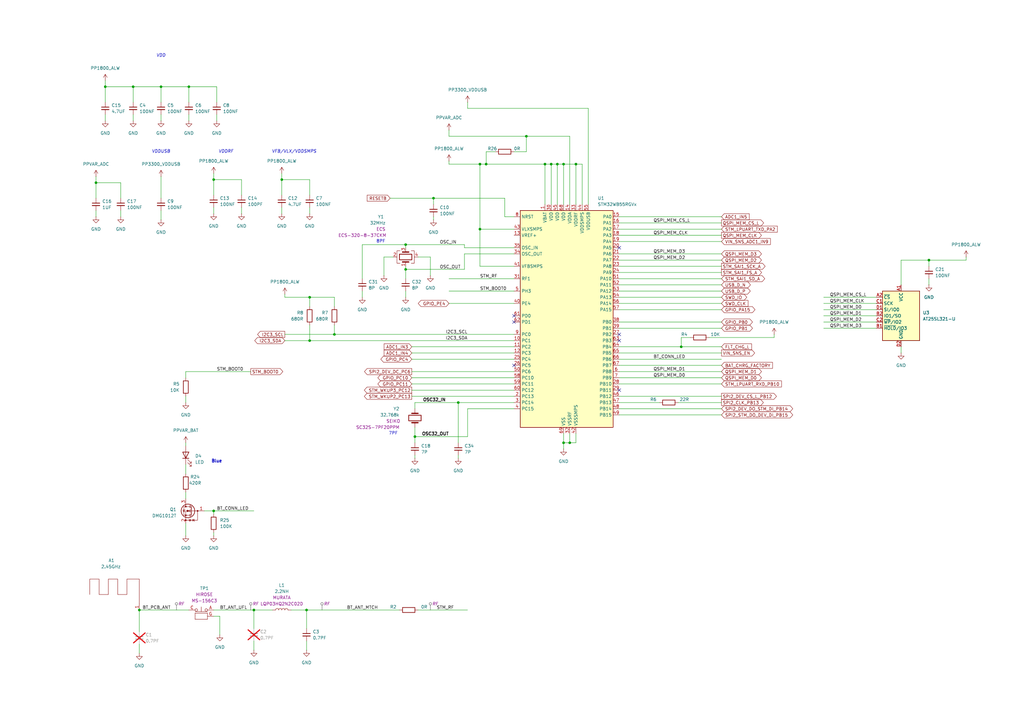
<source format=kicad_sch>
(kicad_sch (version 20231120) (generator "eeschema") (generator_version "8.0")
  (paper "A3")
  (title_block (title "nRF Battery Dev Kit") (date "2024-02-26") (rev "Proto") (company "Clover Designs") (comment 1 "Brendan Bleker"))
  (lib_symbols
    (symbol "Connector:CoaxialSwitch_Testpoint" (pin_names (offset 1.016) hide)
      (property "Reference" "TP" (at 0 -3.81 0))
      (property "Value" "CoaxialSwitch_Testpoint" (at 0 3.81 0))
      (symbol "CoaxialSwitch_Testpoint_1_1"
        (pin passive line (at 5.08 1.27 180) (length 2.54) (name "A") (number "A"))
        (pin passive line (at -5.08 1.27 0) (length 2.54) (name "C") (number "C"))
        (pin passive line (at 5.08 -1.27 180) (length 2.54) (name "G") (number "G"))
      )
    )
    (symbol "Device:C_Small" (pin_numbers hide) (pin_names (offset 0.254) hide)
      (property "Reference" "C" (at 0.254 1.778 0))
      (property "Value" "C_Small" (at 0.254 -2.032 0))
      (symbol "C_Small_1_1"
        (pin passive line (at 0 2.54 270) (length 2.032) (name "~") (number "1"))
        (pin passive line (at 0 -2.54 90) (length 2.032) (name "~") (number "2"))
      )
    )
    (symbol "Device:Crystal" (pin_numbers hide) (pin_names (offset 1.016) hide)
      (property "Reference" "Y" (at 0 3.81 0))
      (property "Value" "Crystal" (at 0 -3.81 0))
      (symbol "Crystal_1_1"
        (pin passive line (at -3.81 0 0) (length 1.27) (name "1") (number "1"))
        (pin passive line (at 3.81 0 180) (length 1.27) (name "2") (number "2"))
      )
    )
    (symbol "Device:Crystal_GND24" (pin_names (offset 1.016) hide)
      (property "Reference" "Y" (at 3.175 5.08 0))
      (property "Value" "Crystal_GND24" (at 3.175 3.175 0))
      (symbol "Crystal_GND24_1_1"
        (pin passive line (at -3.81 0 0) (length 1.27) (name "1") (number "1"))
        (pin passive line (at 0 5.08 270) (length 1.27) (name "2") (number "2"))
        (pin passive line (at 3.81 0 180) (length 1.27) (name "3") (number "3"))
        (pin passive line (at 0 -5.08 90) (length 1.27) (name "4") (number "4"))
      )
    )
    (symbol "Device:L" (pin_numbers hide) (pin_names (offset 1.016) hide)
      (property "Reference" "L" (at -1.27 0 90))
      (property "Value" "L" (at 1.905 0 90))
      (symbol "L_1_1"
        (pin passive line (at 0 3.81 270) (length 1.27) (name "1") (number "1"))
        (pin passive line (at 0 -3.81 90) (length 1.27) (name "2") (number "2"))
      )
    )
    (symbol "Device:LED" (pin_numbers hide) (pin_names (offset 1.016) hide)
      (property "Reference" "D" (at 0 2.54 0))
      (property "Value" "LED" (at 0 -2.54 0))
      (symbol "LED_1_1"
        (pin passive line (at -3.81 0 0) (length 2.54) (name "K") (number "1"))
        (pin passive line (at 3.81 0 180) (length 2.54) (name "A") (number "2"))
      )
    )
    (symbol "Device:R" (pin_numbers hide) (pin_names (offset 0))
      (property "Reference" "R" (at 2.032 0 90))
      (property "Value" "R" (at 0 0 90))
      (symbol "R_1_1"
        (pin passive line (at 0 3.81 270) (length 1.27) (name "~") (number "1"))
        (pin passive line (at 0 -3.81 90) (length 1.27) (name "~") (number "2"))
      )
    )
    (symbol "MCU_ST_STM32WB:STM32WB55RGVx"
      (property "Reference" "U" (at -17.78 46.99 0))
      (property "Value" "STM32WB55RGVx" (at 12.7 46.99 0))
      (symbol "STM32WB55RGVx_1_1"
        (pin power_in line (at -7.62 48.26 270) (length 2.54) (name "VBAT") (number "1"))
        (pin bidirectional line (at -20.32 -7.62 0) (length 2.54) (name "PC1") (number "10"))
        (pin bidirectional line (at -20.32 -10.16 0) (length 2.54) (name "PC2") (number "11"))
        (pin bidirectional line (at -20.32 -12.7 0) (length 2.54) (name "PC3") (number "12"))
        (pin input line (at -20.32 35.56 0) (length 2.54) (name "VREF+") (number "13"))
        (pin power_in line (at 2.54 48.26 270) (length 2.54) (name "VDDA") (number "14"))
        (pin bidirectional line (at 22.86 43.18 180) (length 2.54) (name "PA0") (number "15"))
        (pin bidirectional line (at 22.86 40.64 180) (length 2.54) (name "PA1") (number "16"))
        (pin bidirectional line (at 22.86 38.1 180) (length 2.54) (name "PA2") (number "17"))
        (pin bidirectional line (at 22.86 35.56 180) (length 2.54) (name "PA3") (number "18"))
        (pin bidirectional line (at 22.86 33.02 180) (length 2.54) (name "PA4") (number "19"))
        (pin bidirectional line (at -20.32 -30.48 0) (length 2.54) (name "PC13") (number "2"))
        (pin bidirectional line (at 22.86 30.48 180) (length 2.54) (name "PA5") (number "20"))
        (pin bidirectional line (at 22.86 27.94 180) (length 2.54) (name "PA6") (number "21"))
        (pin bidirectional line (at 22.86 25.4 180) (length 2.54) (name "PA7") (number "22"))
        (pin bidirectional line (at 22.86 22.86 180) (length 2.54) (name "PA8") (number "23"))
        (pin bidirectional line (at 22.86 20.32 180) (length 2.54) (name "PA9") (number "24"))
        (pin bidirectional line (at -20.32 -15.24 0) (length 2.54) (name "PC4") (number "25"))
        (pin bidirectional line (at -20.32 -17.78 0) (length 2.54) (name "PC5") (number "26"))
        (pin bidirectional line (at 22.86 -5.08 180) (length 2.54) (name "PB2") (number "27"))
        (pin bidirectional line (at 22.86 -25.4 180) (length 2.54) (name "PB10") (number "28"))
        (pin bidirectional line (at 22.86 -27.94 180) (length 2.54) (name "PB11") (number "29"))
        (pin bidirectional line (at -20.32 -33.02 0) (length 2.54) (name "PC14") (number "3"))
        (pin power_in line (at -5.08 48.26 270) (length 2.54) (name "VDD") (number "30"))
        (pin bidirectional line (at -20.32 17.78 0) (length 2.54) (name "RF1") (number "31"))
        (pin power_in line (at 2.54 -45.72 90) (length 2.54) (name "VSSRF") (number "32"))
        (pin power_in line (at 5.08 48.26 270) (length 2.54) (name "VDDRF") (number "33"))
        (pin input line (at -20.32 27.94 0) (length 2.54) (name "OSC_OUT") (number "34"))
        (pin input line (at -20.32 30.48 0) (length 2.54) (name "OSC_IN") (number "35"))
        (pin no_connect line (at -17.78 -43.18 0) (length 2.54) hide (name "AT0") (number "36"))
        (pin no_connect line (at -17.78 -40.64 0) (length 2.54) hide (name "AT1") (number "37"))
        (pin bidirectional line (at 22.86 0 180) (length 2.54) (name "PB0") (number "38"))
        (pin bidirectional line (at 22.86 -2.54 180) (length 2.54) (name "PB1") (number "39"))
        (pin bidirectional line (at -20.32 -35.56 0) (length 2.54) (name "PC15") (number "4"))
        (pin bidirectional line (at -20.32 7.62 0) (length 2.54) (name "PE4") (number "40"))
        (pin input line (at -20.32 22.86 0) (length 2.54) (name "VFBSMPS") (number "41"))
        (pin power_in line (at 5.08 -45.72 90) (length 2.54) (name "VSSSMPS") (number "42"))
        (pin power_in line (at -20.32 38.1 0) (length 2.54) (name "VLXSMPS") (number "43"))
        (pin power_in line (at 7.62 48.26 270) (length 2.54) (name "VDDSMPS") (number "44"))
        (pin power_in line (at -2.54 48.26 270) (length 2.54) (name "VDD") (number "45"))
        (pin bidirectional line (at 22.86 -30.48 180) (length 2.54) (name "PB12") (number "46"))
        (pin bidirectional line (at 22.86 -33.02 180) (length 2.54) (name "PB13") (number "47"))
        (pin bidirectional line (at 22.86 -35.56 180) (length 2.54) (name "PB14") (number "48"))
        (pin bidirectional line (at 22.86 -38.1 180) (length 2.54) (name "PB15") (number "49"))
        (pin bidirectional line (at -20.32 12.7 0) (length 2.54) (name "PH3") (number "5"))
        (pin bidirectional line (at -20.32 -20.32 0) (length 2.54) (name "PC6") (number "50"))
        (pin bidirectional line (at 22.86 17.78 180) (length 2.54) (name "PA10") (number "51"))
        (pin bidirectional line (at 22.86 15.24 180) (length 2.54) (name "PA11") (number "52"))
        (pin bidirectional line (at 22.86 12.7 180) (length 2.54) (name "PA12") (number "53"))
        (pin bidirectional line (at 22.86 10.16 180) (length 2.54) (name "PA13") (number "54"))
        (pin power_in line (at 10.16 48.26 270) (length 2.54) (name "VDDUSB") (number "55"))
        (pin bidirectional line (at 22.86 7.62 180) (length 2.54) (name "PA14") (number "56"))
        (pin bidirectional line (at 22.86 5.08 180) (length 2.54) (name "PA15") (number "57"))
        (pin bidirectional line (at -20.32 -22.86 0) (length 2.54) (name "PC10") (number "58"))
        (pin bidirectional line (at -20.32 -25.4 0) (length 2.54) (name "PC11") (number "59"))
        (pin bidirectional line (at 22.86 -20.32 180) (length 2.54) (name "PB8") (number "6"))
        (pin bidirectional line (at -20.32 -27.94 0) (length 2.54) (name "PC12") (number "60"))
        (pin bidirectional line (at -20.32 2.54 0) (length 2.54) (name "PD0") (number "61"))
        (pin bidirectional line (at -20.32 0 0) (length 2.54) (name "PD1") (number "62"))
        (pin bidirectional line (at 22.86 -7.62 180) (length 2.54) (name "PB3") (number "63"))
        (pin bidirectional line (at 22.86 -10.16 180) (length 2.54) (name "PB4") (number "64"))
        (pin bidirectional line (at 22.86 -12.7 180) (length 2.54) (name "PB5") (number "65"))
        (pin bidirectional line (at 22.86 -15.24 180) (length 2.54) (name "PB6") (number "66"))
        (pin bidirectional line (at 22.86 -17.78 180) (length 2.54) (name "PB7") (number "67"))
        (pin power_in line (at 0 48.26 270) (length 2.54) (name "VDD") (number "68"))
        (pin power_in line (at 0 -45.72 90) (length 2.54) (name "VSS") (number "69"))
        (pin bidirectional line (at 22.86 -22.86 180) (length 2.54) (name "PB9") (number "7"))
        (pin input line (at -20.32 43.18 0) (length 2.54) (name "NRST") (number "8"))
        (pin bidirectional line (at -20.32 -5.08 0) (length 2.54) (name "PC0") (number "9"))
      )
    )
    (symbol "Memory_Flash:AT25SL321-U"
      (property "Reference" "U" (at -5.08 11.43 0))
      (property "Value" "AT25SL321-U" (at 7.62 11.43 0))
      (symbol "AT25SL321-U_1_1"
        (pin power_in line (at 0 12.7 270) (length 2.54) (name "VCC") (number "A1"))
        (pin input line (at -10.16 7.62 0) (length 2.54) (name "~{CS}") (number "A2"))
        (pin bidirectional line (at -10.16 -5.08 0) (length 2.54) (name "~{HOLD}/IO3") (number "B1"))
        (pin bidirectional line (at -10.16 0 0) (length 2.54) (name "IO1/SO") (number "B2"))
        (pin input line (at -10.16 5.08 0) (length 2.54) (name "SCK") (number "C1"))
        (pin bidirectional line (at -10.16 -2.54 0) (length 2.54) (name "~{WP}/IO2") (number "C2"))
        (pin bidirectional line (at -10.16 2.54 0) (length 2.54) (name "SI/IO0") (number "D1"))
        (pin power_in line (at 0 -12.7 90) (length 2.54) (name "GND") (number "D2"))
      )
    )
    (symbol "Transistor_FET:DMG1012T" (pin_names (offset 0) hide)
      (property "Reference" "Q" (at 5.08 1.905 0))
      (property "Value" "DMG1012T" (at 5.08 0 0))
      (symbol "DMG1012T_1_1"
        (pin input line (at -5.08 0 0) (length 2.54) (name "G") (number "1"))
        (pin passive line (at 2.54 -5.08 90) (length 2.54) (name "S") (number "2"))
        (pin passive line (at 2.54 5.08 270) (length 2.54) (name "D") (number "3"))
      )
    )
    (symbol "power:GND" (power) (pin_numbers hide) (pin_names (offset 0) hide)
      (property "Value" "GND" (at 0 -3.81 0))
      (symbol "GND_1_1"
        (pin power_in line (at 0 0 270) (length 0) (name "~") (number "1"))
      )
    )
    (symbol "power:VCC" (power) (pin_numbers hide) (pin_names (offset 0) hide)
      (property "Value" "VCC" (at 0 3.556 0))
      (symbol "VCC_1_1"
        (pin power_in line (at 0 0 90) (length 0) (name "~") (number "1"))
      )
    )
    (symbol "power:VDD" (power) (pin_numbers hide) (pin_names (offset 0) hide)
      (property "Value" "VDD" (at 0 3.556 0))
      (symbol "VDD_1_1"
        (pin power_in line (at 0 0 90) (length 0) (name "~") (number "1"))
      )
    )
    (symbol "user_antenna:nRF52_USB_DONGLE_meander_F"
      (property "Reference" "A1" (at 10.16 20.32 0))
      (property "Value" "2.45GHz" (at 7.62 17.78 0))
      (symbol "nRF52_USB_DONGLE_meander_F_1_1"
        (pin input line (at 0 0 90) (length 2.54) (name "") (number "1"))
      )
    )
  )
  (junction (at 187.96 165.1))
  (junction (at 236.22 67.31))
  (junction (at 127 139.7))
  (junction (at 279.4 142.24))
  (junction (at 125.73 250.19))
  (junction (at 54.61 35.56))
  (junction (at 231.14 67.31))
  (junction (at 87.63 209.55))
  (junction (at 43.18 35.56))
  (junction (at 226.06 67.31))
  (junction (at 104.14 250.19))
  (junction (at 177.8 81.28))
  (junction (at 115.57 73.66))
  (junction (at 381 106.68))
  (junction (at 166.37 110.49))
  (junction (at 199.39 67.31))
  (junction (at 196.85 93.98))
  (junction (at 127 121.92))
  (junction (at 233.68 181.61))
  (junction (at 215.9 55.88))
  (junction (at 170.18 179.07))
  (junction (at 196.85 67.31))
  (junction (at 166.37 100.33))
  (junction (at 137.16 137.16))
  (junction (at 228.6 67.31))
  (junction (at 87.63 73.66))
  (junction (at 66.04 35.56))
  (junction (at 231.14 181.61))
  (junction (at 77.47 35.56))
  (junction (at 223.52 67.31))
  (junction (at 57.15 250.19))
  (junction (at 39.37 74.93))
  (no_connect (at 254 101.6))
  (no_connect (at 210.82 132.08))
  (no_connect (at 254 160.02))
  (no_connect (at 254 137.16))
  (no_connect (at 210.82 129.54))
  (no_connect (at 210.82 149.86))
  (no_connect (at 254 139.7))
  (wire (pts (xy 254 170.18) (xy 295.91 170.18)))
  (wire (pts (xy 215.9 62.23) (xy 215.9 55.88)))
  (wire (pts (xy 184.15 53.34) (xy 184.15 55.88)))
  (wire (pts (xy 254 167.64) (xy 295.91 167.64)))
  (wire (pts (xy 57.15 264.16) (xy 57.15 267.97)))
  (wire (pts (xy 39.37 86.36) (xy 39.37 88.9)))
  (wire (pts (xy 168.91 160.02) (xy 210.82 160.02)))
  (wire (pts (xy 278.13 165.1) (xy 295.91 165.1)))
  (wire (pts (xy 254 104.14) (xy 295.91 104.14)))
  (wire (pts (xy 176.53 105.41) (xy 171.45 105.41)))
  (wire (pts (xy 43.18 35.56) (xy 54.61 35.56)))
  (wire (pts (xy 228.6 83.82) (xy 228.6 67.31)))
  (wire (pts (xy 381 106.68) (xy 396.24 106.68)))
  (wire (pts (xy 210.82 152.4) (xy 168.91 152.4)))
  (wire (pts (xy 166.37 110.49) (xy 190.5 110.49)))
  (wire (pts (xy 104.14 250.19) (xy 111.76 250.19)))
  (wire (pts (xy 279.4 138.43) (xy 279.4 142.24)))
  (wire (pts (xy 168.91 157.48) (xy 210.82 157.48)))
  (wire (pts (xy 254 152.4) (xy 295.91 152.4)))
  (wire (pts (xy 223.52 67.31) (xy 226.06 67.31)))
  (wire (pts (xy 196.85 93.98) (xy 210.82 93.98)))
  (wire (pts (xy 157.48 105.41) (xy 157.48 113.03)))
  (wire (pts (xy 199.39 62.23) (xy 199.39 67.31)))
  (wire (pts (xy 184.15 124.46) (xy 210.82 124.46)))
  (wire (pts (xy 87.63 73.66) (xy 87.63 80.01)))
  (wire (pts (xy 77.47 35.56) (xy 88.9 35.56)))
  (wire (pts (xy 191.77 44.45) (xy 241.3 44.45)))
  (wire (pts (xy 137.16 121.92) (xy 127 121.92)))
  (wire (pts (xy 127 139.7) (xy 210.82 139.7)))
  (wire (pts (xy 191.77 179.07) (xy 191.77 167.64)))
  (wire (pts (xy 161.29 105.41) (xy 157.48 105.41)))
  (wire (pts (xy 359.41 129.54) (xy 337.82 129.54)))
  (wire (pts (xy 207.01 81.28) (xy 207.01 88.9)))
  (wire (pts (xy 54.61 46.99) (xy 54.61 49.53)))
  (wire (pts (xy 184.15 114.3) (xy 210.82 114.3)))
  (wire (pts (xy 254 134.62) (xy 295.91 134.62)))
  (wire (pts (xy 236.22 177.8) (xy 236.22 181.61)))
  (wire (pts (xy 254 157.48) (xy 295.91 157.48)))
  (wire (pts (xy 76.2 190.5) (xy 76.2 194.31)))
  (wire (pts (xy 199.39 67.31) (xy 223.52 67.31)))
  (wire (pts (xy 137.16 125.73) (xy 137.16 121.92)))
  (wire (pts (xy 166.37 100.33) (xy 148.59 100.33)))
  (wire (pts (xy 233.68 55.88) (xy 215.9 55.88)))
  (wire (pts (xy 116.84 120.65) (xy 116.84 121.92)))
  (wire (pts (xy 279.4 142.24) (xy 295.91 142.24)))
  (wire (pts (xy 210.82 62.23) (xy 215.9 62.23)))
  (wire (pts (xy 43.18 35.56) (xy 43.18 33.02)))
  (wire (pts (xy 87.63 209.55) (xy 87.63 210.82)))
  (wire (pts (xy 115.57 73.66) (xy 115.57 80.01)))
  (wire (pts (xy 148.59 119.38) (xy 148.59 121.92)))
  (wire (pts (xy 177.8 88.9) (xy 177.8 90.17)))
  (wire (pts (xy 187.96 165.1) (xy 187.96 181.61)))
  (wire (pts (xy 43.18 46.99) (xy 43.18 49.53)))
  (wire (pts (xy 369.57 106.68) (xy 381 106.68)))
  (wire (pts (xy 170.18 179.07) (xy 191.77 179.07)))
  (wire (pts (xy 77.47 46.99) (xy 77.47 49.53)))
  (wire (pts (xy 99.06 73.66) (xy 99.06 80.01)))
  (wire (pts (xy 210.82 104.14) (xy 190.5 104.14)))
  (wire (pts (xy 176.53 105.41) (xy 176.53 113.03)))
  (wire (pts (xy 238.76 83.82) (xy 238.76 67.31)))
  (wire (pts (xy 87.63 250.19) (xy 104.14 250.19)))
  (wire (pts (xy 381 106.68) (xy 381 109.22)))
  (wire (pts (xy 168.91 147.32) (xy 210.82 147.32)))
  (wire (pts (xy 207.01 88.9) (xy 210.82 88.9)))
  (wire (pts (xy 359.41 124.46) (xy 337.82 124.46)))
  (wire (pts (xy 233.68 177.8) (xy 233.68 181.61)))
  (wire (pts (xy 166.37 110.49) (xy 166.37 114.3)))
  (wire (pts (xy 166.37 110.49) (xy 166.37 109.22)))
  (wire (pts (xy 241.3 44.45) (xy 241.3 83.82)))
  (wire (pts (xy 170.18 186.69) (xy 170.18 187.96)))
  (wire (pts (xy 177.8 81.28) (xy 160.02 81.28)))
  (wire (pts (xy 254 91.44) (xy 295.91 91.44)))
  (wire (pts (xy 39.37 74.93) (xy 39.37 72.39)))
  (wire (pts (xy 137.16 133.35) (xy 137.16 137.16)))
  (wire (pts (xy 184.15 66.04) (xy 184.15 67.31)))
  (wire (pts (xy 190.5 104.14) (xy 190.5 110.49)))
  (wire (pts (xy 359.41 132.08) (xy 337.82 132.08)))
  (wire (pts (xy 115.57 85.09) (xy 115.57 87.63)))
  (wire (pts (xy 87.63 85.09) (xy 87.63 87.63)))
  (wire (pts (xy 254 111.76) (xy 295.91 111.76)))
  (wire (pts (xy 66.04 46.99) (xy 66.04 49.53)))
  (wire (pts (xy 49.53 74.93) (xy 39.37 74.93)))
  (wire (pts (xy 254 109.22) (xy 295.91 109.22)))
  (wire (pts (xy 231.14 181.61) (xy 231.14 184.15)))
  (wire (pts (xy 170.18 165.1) (xy 170.18 167.64)))
  (wire (pts (xy 127 121.92) (xy 116.84 121.92)))
  (wire (pts (xy 254 165.1) (xy 270.51 165.1)))
  (wire (pts (xy 166.37 100.33) (xy 190.5 100.33)))
  (wire (pts (xy 87.63 73.66) (xy 87.63 71.12)))
  (wire (pts (xy 231.14 83.82) (xy 231.14 67.31)))
  (wire (pts (xy 83.82 209.55) (xy 87.63 209.55)))
  (wire (pts (xy 57.15 250.19) (xy 57.15 259.08)))
  (wire (pts (xy 87.63 209.55) (xy 104.14 209.55)))
  (wire (pts (xy 317.5 137.16) (xy 317.5 138.43)))
  (wire (pts (xy 115.57 73.66) (xy 127 73.66)))
  (wire (pts (xy 254 121.92) (xy 295.91 121.92)))
  (wire (pts (xy 254 149.86) (xy 295.91 149.86)))
  (wire (pts (xy 125.73 262.89) (xy 125.73 266.7)))
  (wire (pts (xy 76.2 214.63) (xy 76.2 219.71)))
  (wire (pts (xy 88.9 35.56) (xy 88.9 41.91)))
  (wire (pts (xy 119.38 250.19) (xy 125.73 250.19)))
  (wire (pts (xy 104.14 262.89) (xy 104.14 266.7)))
  (wire (pts (xy 283.21 138.43) (xy 279.4 138.43)))
  (wire (pts (xy 233.68 83.82) (xy 233.68 55.88)))
  (wire (pts (xy 381 114.3) (xy 381 116.84)))
  (wire (pts (xy 66.04 35.56) (xy 77.47 35.56)))
  (wire (pts (xy 191.77 250.19) (xy 171.45 250.19)))
  (wire (pts (xy 127 121.92) (xy 127 125.73)))
  (wire (pts (xy 66.04 86.36) (xy 66.04 90.17)))
  (wire (pts (xy 254 106.68) (xy 295.91 106.68)))
  (wire (pts (xy 210.82 144.78) (xy 168.91 144.78)))
  (wire (pts (xy 166.37 100.33) (xy 166.37 101.6)))
  (wire (pts (xy 87.63 218.44) (xy 87.63 219.71)))
  (wire (pts (xy 191.77 41.91) (xy 191.77 44.45)))
  (wire (pts (xy 115.57 71.12) (xy 115.57 73.66)))
  (wire (pts (xy 254 96.52) (xy 295.91 96.52)))
  (wire (pts (xy 39.37 74.93) (xy 39.37 81.28)))
  (wire (pts (xy 57.15 250.19) (xy 77.47 250.19)))
  (wire (pts (xy 127 73.66) (xy 127 80.01)))
  (wire (pts (xy 168.91 162.56) (xy 210.82 162.56)))
  (wire (pts (xy 49.53 74.93) (xy 49.53 81.28)))
  (wire (pts (xy 254 124.46) (xy 295.91 124.46)))
  (wire (pts (xy 254 162.56) (xy 295.91 162.56)))
  (wire (pts (xy 254 154.94) (xy 295.91 154.94)))
  (wire (pts (xy 66.04 35.56) (xy 66.04 41.91)))
  (wire (pts (xy 238.76 67.31) (xy 236.22 67.31)))
  (wire (pts (xy 254 114.3) (xy 295.91 114.3)))
  (wire (pts (xy 76.2 152.4) (xy 76.2 154.94)))
  (wire (pts (xy 359.41 134.62) (xy 337.82 134.62)))
  (wire (pts (xy 76.2 162.56) (xy 76.2 165.1)))
  (wire (pts (xy 125.73 250.19) (xy 163.83 250.19)))
  (wire (pts (xy 170.18 179.07) (xy 170.18 181.61)))
  (wire (pts (xy 76.2 201.93) (xy 76.2 204.47)))
  (wire (pts (xy 190.5 101.6) (xy 210.82 101.6)))
  (wire (pts (xy 148.59 100.33) (xy 148.59 114.3)))
  (wire (pts (xy 170.18 175.26) (xy 170.18 179.07)))
  (wire (pts (xy 77.47 35.56) (xy 77.47 41.91)))
  (wire (pts (xy 184.15 119.38) (xy 210.82 119.38)))
  (wire (pts (xy 254 99.06) (xy 295.91 99.06)))
  (wire (pts (xy 90.17 252.73) (xy 87.63 252.73)))
  (wire (pts (xy 66.04 72.39) (xy 66.04 81.28)))
  (wire (pts (xy 359.41 127) (xy 337.82 127)))
  (wire (pts (xy 54.61 35.56) (xy 66.04 35.56)))
  (wire (pts (xy 190.5 100.33) (xy 190.5 101.6)))
  (wire (pts (xy 54.61 35.56) (xy 54.61 41.91)))
  (wire (pts (xy 88.9 46.99) (xy 88.9 49.53)))
  (wire (pts (xy 228.6 67.31) (xy 231.14 67.31)))
  (wire (pts (xy 49.53 86.36) (xy 49.53 88.9)))
  (wire (pts (xy 290.83 138.43) (xy 317.5 138.43)))
  (wire (pts (xy 127 85.09) (xy 127 87.63)))
  (wire (pts (xy 166.37 119.38) (xy 166.37 121.92)))
  (wire (pts (xy 76.2 152.4) (xy 102.87 152.4)))
  (wire (pts (xy 170.18 165.1) (xy 187.96 165.1)))
  (wire (pts (xy 210.82 142.24) (xy 168.91 142.24)))
  (wire (pts (xy 99.06 85.09) (xy 99.06 87.63)))
  (wire (pts (xy 254 144.78) (xy 295.91 144.78)))
  (wire (pts (xy 254 116.84) (xy 295.91 116.84)))
  (wire (pts (xy 196.85 93.98) (xy 196.85 67.31)))
  (wire (pts (xy 396.24 106.68) (xy 396.24 105.41)))
  (wire (pts (xy 359.41 121.92) (xy 337.82 121.92)))
  (wire (pts (xy 233.68 181.61) (xy 231.14 181.61)))
  (wire (pts (xy 90.17 252.73) (xy 90.17 260.35)))
  (wire (pts (xy 177.8 81.28) (xy 177.8 83.82)))
  (wire (pts (xy 187.96 186.69) (xy 187.96 187.96)))
  (wire (pts (xy 196.85 67.31) (xy 199.39 67.31)))
  (wire (pts (xy 223.52 83.82) (xy 223.52 67.31)))
  (wire (pts (xy 196.85 109.22) (xy 196.85 93.98)))
  (wire (pts (xy 254 147.32) (xy 295.91 147.32)))
  (wire (pts (xy 125.73 250.19) (xy 125.73 257.81)))
  (wire (pts (xy 231.14 177.8) (xy 231.14 181.61)))
  (wire (pts (xy 137.16 137.16) (xy 116.84 137.16)))
  (wire (pts (xy 254 142.24) (xy 279.4 142.24)))
  (wire (pts (xy 127 133.35) (xy 127 139.7)))
  (wire (pts (xy 236.22 181.61) (xy 233.68 181.61)))
  (wire (pts (xy 137.16 137.16) (xy 210.82 137.16)))
  (wire (pts (xy 87.63 73.66) (xy 99.06 73.66)))
  (wire (pts (xy 236.22 83.82) (xy 236.22 67.31)))
  (wire (pts (xy 191.77 167.64) (xy 210.82 167.64)))
  (wire (pts (xy 226.06 67.31) (xy 228.6 67.31)))
  (wire (pts (xy 207.01 81.28) (xy 177.8 81.28)))
  (wire (pts (xy 43.18 35.56) (xy 43.18 41.91)))
  (wire (pts (xy 168.91 154.94) (xy 210.82 154.94)))
  (wire (pts (xy 231.14 67.31) (xy 236.22 67.31)))
  (wire (pts (xy 104.14 250.19) (xy 104.14 257.81)))
  (wire (pts (xy 254 119.38) (xy 295.91 119.38)))
  (wire (pts (xy 369.57 116.84) (xy 369.57 106.68)))
  (wire (pts (xy 369.57 142.24) (xy 369.57 144.78)))
  (wire (pts (xy 76.2 181.61) (xy 76.2 182.88)))
  (wire (pts (xy 254 88.9) (xy 295.91 88.9)))
  (wire (pts (xy 203.2 62.23) (xy 199.39 62.23)))
  (wire (pts (xy 254 127) (xy 295.91 127)))
  (wire (pts (xy 254 132.08) (xy 295.91 132.08)))
  (wire (pts (xy 210.82 109.22) (xy 196.85 109.22)))
  (wire (pts (xy 187.96 165.1) (xy 210.82 165.1)))
  (wire (pts (xy 127 139.7) (xy 116.84 139.7)))
  (wire (pts (xy 215.9 55.88) (xy 184.15 55.88)))
  (wire (pts (xy 184.15 67.31) (xy 196.85 67.31)))
  (wire (pts (xy 226.06 83.82) (xy 226.06 67.31)))
  (wire (pts (xy 254 93.98) (xy 295.91 93.98)))
  (text "7PF" (at 161.29 177.8 0) (effects (font (size 1.27 1.27))))
  (text "8PF" (at 156.21 99.06 0) (effects (font (size 1.27 1.27))))
  (text "VDDUSB" (at 66.04 62.23 0) (effects (font (size 1.27 1.27) (italic yes))))
  (text "Blue" (at 88.9 189.23 0) (effects (font (size 1.27 1.27) (bold yes))))
  (text "VDD" (at 66.04 22.86 0) (effects (font (size 1.27 1.27) (italic yes))))
  (text "VFB/VLX/VDDSMPS" (at 120.65 62.23 0) (effects (font (size 1.27 1.27) (italic yes))))
  (text "VDDRF" (at 92.71 62.23 0) (effects (font (size 1.27 1.27) (italic yes))))
  (label "STM_BOOT0" (at 196.85 119.38 0))
  (label "QSPI_MEM_CS_L" (at 267.97 91.44 0))
  (label "STM_RF" (at 179.07 250.19 0))
  (label "QSPI_MEM_CLK" (at 267.97 96.52 0))
  (label "QSPI_MEM_D2" (at 267.97 106.68 0))
  (label "QSPI_MEM_CLK" (at 340.36 124.46 0))
  (label "OSC32_IN" (at 182.88 165.1 180) (effects (font (bold yes))))
  (label "OSC_IN" (at 180.34 100.33 0))
  (label "OSC32_OUT" (at 184.15 179.07 180) (effects (font (bold yes))))
  (label "BT_CONN_LED" (at 88.9 209.55 0))
  (label "QSPI_MEM_D1" (at 340.36 129.54 0))
  (label "I2C3_SCL" (at 191.77 137.16 180))
  (label "QSPI_MEM_D3" (at 267.97 104.14 0))
  (label "STM_RF" (at 196.85 114.3 0))
  (label "QSPI_MEM_D0" (at 340.36 127 0))
  (label "OSC_OUT" (at 180.34 110.49 0))
  (label "QSPI_MEM_CS_L" (at 340.36 121.92 0))
  (label "I2C3_SDA" (at 191.77 139.7 180))
  (label "QSPI_MEM_D1" (at 267.97 152.4 0))
  (label "QSPI_MEM_D3" (at 340.36 134.62 0))
  (label "STM_BOOT0" (at 88.9 152.4 0))
  (label "QSPI_MEM_D2" (at 340.36 132.08 0))
  (label "QSPI_MEM_D0" (at 267.97 154.94 0))
  (label "BT_PCB_ANT" (at 58.42 250.19 0))
  (label "BT_CONN_LED" (at 267.97 147.32 0))
  (label "BT_ANT_MTCH" (at 142.24 250.19 0))
  (label "BT_ANT_UFL" (at 90.17 250.19 0))
  (global_label "GPIO_PC4" (shape bidirectional) (at 168.91 147.32 180) (property "Intersheetrefs" "${INTERSHEET_REFS}" (effects (hide yes))))
  (global_label "QSPI_MEM_D3" (shape bidirectional) (at 295.91 104.14 0) (property "Intersheetrefs" "${INTERSHEET_REFS}" (effects (hide yes))))
  (global_label "QSPI_MEM_D1" (shape bidirectional) (at 295.91 152.4 0) (property "Intersheetrefs" "${INTERSHEET_REFS}" (effects (hide yes))))
  (global_label "SPI2_STM_DO_DEV_DI_PB15" (shape bidirectional) (at 295.91 170.18 0) (property "Intersheetrefs" "${INTERSHEET_REFS}" (effects (hide yes))))
  (global_label "STM_SAI1_SCK_A" (shape output) (at 295.91 109.22 0) (property "Intersheetrefs" "${INTERSHEET_REFS}" (effects (hide yes))))
  (global_label "GPIO_PC10" (shape bidirectional) (at 168.91 154.94 180) (property "Intersheetrefs" "${INTERSHEET_REFS}" (effects (hide yes))))
  (global_label "USB_D_N" (shape bidirectional) (at 295.91 116.84 0) (property "Intersheetrefs" "${INTERSHEET_REFS}" (effects (hide yes))))
  (global_label "ADC1_IN5" (shape input) (at 295.91 88.9 0) (property "Intersheetrefs" "${INTERSHEET_REFS}" (effects (hide yes))))
  (global_label "GPIO_PA15" (shape bidirectional) (at 295.91 127 0) (property "Intersheetrefs" "${INTERSHEET_REFS}" (effects (hide yes))))
  (global_label "GPIO_PE4" (shape bidirectional) (at 184.15 124.46 180) (property "Intersheetrefs" "${INTERSHEET_REFS}" (effects (hide yes))))
  (global_label "VIN_SNS_EN" (shape output) (at 295.91 144.78 0) (property "Intersheetrefs" "${INTERSHEET_REFS}" (effects (hide yes))))
  (global_label "QSPI_MEM_CLK" (shape output) (at 295.91 96.52 0) (property "Intersheetrefs" "${INTERSHEET_REFS}" (effects (hide yes))))
  (global_label "RESETB" (shape input) (at 160.02 81.28 180) (property "Intersheetrefs" "${INTERSHEET_REFS}" (effects (hide yes))))
  (global_label "STM_SAI1_SD_A" (shape bidirectional) (at 295.91 114.3 0) (property "Intersheetrefs" "${INTERSHEET_REFS}" (effects (hide yes))))
  (global_label "STM_BOOT0" (shape output) (at 102.87 152.4 0) (property "Intersheetrefs" "${INTERSHEET_REFS}" (effects (hide yes))))
  (global_label "GPIO_PC11" (shape bidirectional) (at 168.91 157.48 180) (property "Intersheetrefs" "${INTERSHEET_REFS}" (effects (hide yes))))
  (global_label "STM_LPUART_TXD_PA2" (shape input) (at 295.91 93.98 0) (property "Intersheetrefs" "${INTERSHEET_REFS}" (effects (hide yes))))
  (global_label "STM_SAI1_FS_A" (shape output) (at 295.91 111.76 0) (property "Intersheetrefs" "${INTERSHEET_REFS}" (effects (hide yes))))
  (global_label "SPI2_DEV_DO_STM_DI_PB14" (shape bidirectional) (at 295.91 167.64 0) (property "Intersheetrefs" "${INTERSHEET_REFS}" (effects (hide yes))))
  (global_label "SWD_IO" (shape bidirectional) (at 295.91 121.92 0) (property "Intersheetrefs" "${INTERSHEET_REFS}" (effects (hide yes))))
  (global_label "ADC1_IN3" (shape input) (at 168.91 142.24 180) (property "Intersheetrefs" "${INTERSHEET_REFS}" (effects (hide yes))))
  (global_label "GPIO_PB1" (shape bidirectional) (at 295.91 134.62 0) (property "Intersheetrefs" "${INTERSHEET_REFS}" (effects (hide yes))))
  (global_label "USB_D_P" (shape bidirectional) (at 295.91 119.38 0) (property "Intersheetrefs" "${INTERSHEET_REFS}" (effects (hide yes))))
  (global_label "QSPI_MEM_CS_L" (shape output) (at 295.91 91.44 0) (property "Intersheetrefs" "${INTERSHEET_REFS}" (effects (hide yes))))
  (global_label "QSPI_MEM_D2" (shape bidirectional) (at 295.91 106.68 0) (property "Intersheetrefs" "${INTERSHEET_REFS}" (effects (hide yes))))
  (global_label "SPI2_DEV_DC_PC6" (shape output) (at 168.91 152.4 180) (property "Intersheetrefs" "${INTERSHEET_REFS}" (effects (hide yes))))
  (global_label "QSPI_MEM_D0" (shape bidirectional) (at 295.91 154.94 0) (property "Intersheetrefs" "${INTERSHEET_REFS}" (effects (hide yes))))
  (global_label "FLT_CHG_L" (shape input) (at 295.91 142.24 0) (property "Intersheetrefs" "${INTERSHEET_REFS}" (effects (hide yes))))
  (global_label "SPI2_CLK_PB13" (shape output) (at 295.91 165.1 0) (property "Intersheetrefs" "${INTERSHEET_REFS}" (effects (hide yes))))
  (global_label "STM_WKUP3_PC12" (shape output) (at 168.91 160.02 180) (property "Intersheetrefs" "${INTERSHEET_REFS}" (effects (hide yes))))
  (global_label "STM_LPUART_RXD_PB10" (shape input) (at 295.91 157.48 0) (property "Intersheetrefs" "${INTERSHEET_REFS}" (effects (hide yes))))
  (global_label "SWD_CLK" (shape input) (at 295.91 124.46 0) (property "Intersheetrefs" "${INTERSHEET_REFS}" (effects (hide yes))))
  (global_label "STM_WKUP2_PC13" (shape output) (at 168.91 162.56 180) (property "Intersheetrefs" "${INTERSHEET_REFS}" (effects (hide yes))))
  (global_label "BAT_CHRG_FACTORY" (shape input) (at 295.91 149.86 0) (property "Intersheetrefs" "${INTERSHEET_REFS}" (effects (hide yes))))
  (global_label "ADC1_IN4" (shape input) (at 168.91 144.78 180) (property "Intersheetrefs" "${INTERSHEET_REFS}" (effects (hide yes))))
  (global_label "VIN_SNS_ADC1_IN9" (shape input) (at 295.91 99.06 0) (property "Intersheetrefs" "${INTERSHEET_REFS}" (effects (hide yes))))
  (global_label "GPIO_PB0" (shape bidirectional) (at 295.91 132.08 0) (property "Intersheetrefs" "${INTERSHEET_REFS}" (effects (hide yes))))
  (global_label "SPI2_DEV_CS_L_PB12" (shape output) (at 295.91 162.56 0) (property "Intersheetrefs" "${INTERSHEET_REFS}" (effects (hide yes))))
  (global_label "I2C3_SCL" (shape output) (at 116.84 137.16 180) (property "Intersheetrefs" "${INTERSHEET_REFS}" (effects (hide yes))))
  (global_label "I2C3_SDA" (shape bidirectional) (at 116.84 139.7 180) (property "Intersheetrefs" "${INTERSHEET_REFS}" (effects (hide yes))))
  (netclass_flag "" (length 2.54) (shape round) (at 132.08 250.19 0) (property "Netclass" "RF" (at 132.7785 247.65 0) (effects (font (italic yes)) (justify left))))
  (netclass_flag "" (length 2.54) (shape round) (at 102.87 250.19 0) (property "Netclass" "RF" (at 103.5685 247.65 0) (effects (font (italic yes)) (justify left))))
  (netclass_flag "" (length 2.54) (shape round) (at 72.39 250.19 0) (property "Netclass" "RF" (at 73.0885 247.65 0) (effects (font (italic yes)) (justify left))))
  (netclass_flag "" (length 2.54) (shape round) (at 176.53 250.19 0) (property "Netclass" "RF" (at 177.2285 247.65 0) (effects (font (italic yes)) (justify left))))
  (symbol (lib_id "MCU_ST_STM32WB:STM32WB55RGVx") (at 231.14 132.08 0) (unit 1)
    (property "Reference" "U1" (at 245.11 81.28 0) (effects (justify left)))
    (property "Value" "STM32WB55RGVx" (at 245.11 83.82 0) (effects (justify left)))
    (property "Footprint" "Package_DFN_QFN:QFN-68-1EP_8x8mm_P0.4mm_EP6.4x6.4mm" (effects (hide yes)))
    (property "Datasheet" "https://www.st.com/resource/en/datasheet/stm32wb55rg.pdf" (effects (hide yes)))
    (property "Description" "STMicroelectronics Arm Cortex-M4 MCU, 1024KB flash, 256KB RAM, 64 MHz, 1.71-3.6V, 49 GPIO, VFQFPN68" (effects (hide yes)))
  )
  (symbol (lib_id "power:GND") (at 43.18 49.53 0) (unit 1)
    (property "Reference" "#PWR022" (effects (hide yes)))
    (property "Value" "GND" (at 43.18 54.61 0))
    (property "Description" "Power symbol creates a global label with name \"GND\" , ground" (effects (hide yes)))
  )
  (symbol (lib_id "power:GND") (at 187.96 187.96 0) (unit 1)
    (property "Reference" "#PWR082" (effects (hide yes)))
    (property "Value" "GND" (at 187.96 193.04 0))
    (property "Description" "Power symbol creates a global label with name \"GND\" , ground" (effects (hide yes)))
  )
  (symbol (lib_id "power:GND") (at 66.04 90.17 0) (unit 1)
    (property "Reference" "#PWR014" (effects (hide yes)))
    (property "Value" "GND" (at 66.04 95.25 0))
    (property "Description" "Power symbol creates a global label with name \"GND\" , ground" (effects (hide yes)))
  )
  (symbol (lib_id "Device:Crystal_GND24") (at 166.37 105.41 90) (unit 1)
    (property "Reference" "Y1" (at 156.21 88.9 90))
    (property "Value" "32MHz" (at 154.94 91.44 90))
    (property "Footprint" "Crystal:Crystal_SMD_2016-4Pin_2.0x1.6mm" (effects (hide yes)))
    (property "Datasheet" "https://ecsxtal.com/store/pdf/ecx-1637.pdf" (effects (hide yes)))
    (property "Description" "Four pin crystal, GND on pins 2 and 4" (effects (hide yes)))
    (property "MFG" "ECS" (at 156.21 93.98 90))
    (property "MFG_PN" "ECS-320-8-37CKM" (at 148.59 96.52 90))
  )
  (symbol (lib_id "Device:C_Small") (at 125.73 260.35 0) (unit 1)
    (property "Reference" "C3" (at 128.27 259.0862 0) (effects (justify left)))
    (property "Value" "0.7PF" (at 128.27 261.6262 0) (effects (justify left)))
    (property "Footprint" "Capacitor_SMD:C_0201_0603Metric" (effects (hide yes)))
    (property "Description" "Unpolarized capacitor, small symbol" (effects (hide yes)))
  )
  (symbol (lib_id "power:GND") (at 177.8 90.17 0) (unit 1)
    (property "Reference" "#PWR023" (effects (hide yes)))
    (property "Value" "GND" (at 177.8 95.25 0))
    (property "Description" "Power symbol creates a global label with name \"GND\" , ground" (effects (hide yes)))
  )
  (symbol (lib_id "power:GND") (at 66.04 49.53 0) (unit 1)
    (property "Reference" "#PWR08" (effects (hide yes)))
    (property "Value" "GND" (at 66.04 54.61 0))
    (property "Description" "Power symbol creates a global label with name \"GND\" , ground" (effects (hide yes)))
  )
  (symbol (lib_id "Device:R") (at 127 129.54 0) (mirror y) (unit 1)
    (property "Reference" "R8" (at 124.46 128.2699 0) (effects (justify left)))
    (property "Value" "680R" (at 124.46 130.8099 0) (effects (justify left)))
    (property "Footprint" "Resistor_SMD:R_0201_0603Metric" (effects (hide yes)))
    (property "Description" "Resistor" (effects (hide yes)))
  )
  (symbol (lib_id "Device:R") (at 274.32 165.1 90) (unit 1)
    (property "Reference" "R6" (at 267.97 163.83 90))
    (property "Value" "22R" (at 280.67 163.83 90))
    (property "Footprint" "Resistor_SMD:R_0201_0603Metric" (effects (hide yes)))
    (property "Description" "Resistor" (effects (hide yes)))
  )
  (symbol (lib_id "Device:C_Small") (at 54.61 44.45 0) (unit 1)
    (property "Reference" "C4" (at 57.15 43.1862 0) (effects (justify left)))
    (property "Value" "100NF" (at 57.15 45.7262 0) (effects (justify left)))
    (property "Footprint" "Capacitor_SMD:C_0201_0603Metric" (effects (hide yes)))
    (property "Description" "Unpolarized capacitor, small symbol" (effects (hide yes)))
  )
  (symbol (lib_id "Transistor_FET:DMG1012T") (at 78.74 209.55 0) (mirror y) (unit 1)
    (property "Reference" "Q1" (at 72.39 208.9784 0) (effects (justify left)))
    (property "Value" "DMG1012T" (at 72.39 211.5184 0) (effects (justify left)))
    (property "Footprint" "Package_TO_SOT_SMD:SOT-523" (effects (hide yes)))
    (property "Datasheet" "https://www.diodes.com/assets/Datasheets/ds31783.pdf" (effects (hide yes)))
    (property "Description" "20V Vds, 0.63 Id, N-Channel MOSFET with ESD protection, SOT-523" (effects (hide yes)))
  )
  (symbol (lib_id "power:GND") (at 87.63 87.63 0) (unit 1)
    (property "Reference" "#PWR020" (effects (hide yes)))
    (property "Value" "GND" (at 87.63 92.71 0))
    (property "Description" "Power symbol creates a global label with name \"GND\" , ground" (effects (hide yes)))
  )
  (symbol (lib_id "power:VCC") (at 317.5 137.16 0) (mirror y) (unit 1)
    (property "Reference" "#PWR016" (effects (hide yes)))
    (property "Value" "PP1800_ALW" (at 317.5 132.08 0))
    (property "Description" "Power symbol creates a global label with name \"VCC\"" (effects (hide yes)))
  )
  (symbol (lib_id "Device:R") (at 76.2 198.12 180) (unit 1)
    (property "Reference" "R24" (at 80.01 195.58 0))
    (property "Value" "420R" (at 80.01 198.12 0))
    (property "Footprint" "Resistor_SMD:R_0201_0603Metric" (effects (hide yes)))
    (property "Description" "Resistor" (effects (hide yes)))
  )
  (symbol (lib_id "Device:C_Small") (at 187.96 184.15 0) (unit 1)
    (property "Reference" "C34" (at 190.5 182.8862 0) (effects (justify left)))
    (property "Value" "7P" (at 190.5 185.4262 0) (effects (justify left)))
    (property "Footprint" "Capacitor_SMD:C_0201_0603Metric" (effects (hide yes)))
    (property "Description" "Unpolarized capacitor, small symbol" (effects (hide yes)))
  )
  (symbol (lib_id "Device:C_Small") (at 49.53 83.82 0) (unit 1)
    (property "Reference" "C17" (at 52.07 82.5562 0) (effects (justify left)))
    (property "Value" "100NF" (at 52.07 85.0962 0) (effects (justify left)))
    (property "Footprint" "Capacitor_SMD:C_0201_0603Metric" (effects (hide yes)))
    (property "Description" "Unpolarized capacitor, small symbol" (effects (hide yes)))
  )
  (symbol (lib_id "power:VDD") (at 191.77 41.91 0) (unit 1)
    (property "Reference" "#PWR010" (effects (hide yes)))
    (property "Value" "PP3300_VDDUSB" (at 191.77 36.83 0))
    (property "Description" "Power symbol creates a global label with name \"VDD\"" (effects (hide yes)))
  )
  (symbol (lib_id "power:GND") (at 176.53 113.03 0) (unit 1)
    (property "Reference" "#PWR018" (effects (hide yes)))
    (property "Value" "GND" (at 176.53 118.11 0))
    (property "Description" "Power symbol creates a global label with name \"GND\" , ground" (effects (hide yes)))
  )
  (symbol (lib_id "Device:C_Small") (at 381 111.76 0) (unit 1)
    (property "Reference" "C21" (at 383.54 110.4962 0) (effects (justify left)))
    (property "Value" "100NF" (at 383.54 113.0362 0) (effects (justify left)))
    (property "Footprint" "Capacitor_SMD:C_0201_0603Metric" (effects (hide yes)))
    (property "Description" "Unpolarized capacitor, small symbol" (effects (hide yes)))
  )
  (symbol (lib_id "Device:R") (at 87.63 214.63 0) (unit 1)
    (property "Reference" "R25" (at 90.17 213.3599 0) (effects (justify left)))
    (property "Value" "100K" (at 90.17 215.8999 0) (effects (justify left)))
    (property "Footprint" "Resistor_SMD:R_0201_0603Metric" (effects (hide yes)))
    (property "Description" "Resistor" (effects (hide yes)))
  )
  (symbol (lib_id "power:GND") (at 115.57 87.63 0) (unit 1)
    (property "Reference" "#PWR019" (effects (hide yes)))
    (property "Value" "GND" (at 115.57 92.71 0))
    (property "Description" "Power symbol creates a global label with name \"GND\" , ground" (effects (hide yes)))
  )
  (symbol (lib_id "power:VCC") (at 87.63 71.12 0) (unit 1)
    (property "Reference" "#PWR079" (effects (hide yes)))
    (property "Value" "PP1800_ALW" (at 87.63 66.04 0))
    (property "Description" "Power symbol creates a global label with name \"VCC\"" (effects (hide yes)))
  )
  (symbol (lib_id "power:GND") (at 148.59 121.92 0) (unit 1)
    (property "Reference" "#PWR084" (effects (hide yes)))
    (property "Value" "GND" (at 148.59 127 0))
    (property "Description" "Power symbol creates a global label with name \"GND\" , ground" (effects (hide yes)))
  )
  (symbol (lib_id "power:VCC") (at 115.57 71.12 0) (unit 1)
    (property "Reference" "#PWR080" (effects (hide yes)))
    (property "Value" "PP1800_ALW" (at 115.57 66.04 0))
    (property "Description" "Power symbol creates a global label with name \"VCC\"" (effects (hide yes)))
  )
  (symbol (lib_id "power:GND") (at 90.17 260.35 0) (unit 1)
    (property "Reference" "#PWR02" (effects (hide yes)))
    (property "Value" "GND" (at 90.17 265.43 0))
    (property "Description" "Power symbol creates a global label with name \"GND\" , ground" (effects (hide yes)))
  )
  (symbol (lib_id "power:VCC") (at 116.84 120.65 0) (mirror y) (unit 1)
    (property "Reference" "#PWR029" (effects (hide yes)))
    (property "Value" "PP1800_ALW" (at 116.84 115.57 0))
    (property "Description" "Power symbol creates a global label with name \"VCC\"" (effects (hide yes)))
  )
  (symbol (lib_id "Device:LED") (at 76.2 186.69 90) (unit 1)
    (property "Reference" "D4" (at 80.01 187.0074 90) (effects (justify right)))
    (property "Value" "LED" (at 80.01 189.5474 90) (effects (justify right)))
    (property "Footprint" "Diode_SMD:D_0402_1005Metric" (effects (hide yes)))
    (property "Description" "Light emitting diode" (effects (hide yes)))
  )
  (symbol (lib_id "power:GND") (at 76.2 219.71 0) (unit 1)
    (property "Reference" "#PWR066" (effects (hide yes)))
    (property "Value" "GND" (at 76.2 224.79 0))
    (property "Description" "Power symbol creates a global label with name \"GND\" , ground" (effects (hide yes)))
  )
  (symbol (lib_id "Device:C_Small") (at 88.9 44.45 0) (unit 1)
    (property "Reference" "C8" (at 91.44 43.1862 0) (effects (justify left)))
    (property "Value" "100NF" (at 91.44 45.7262 0) (effects (justify left)))
    (property "Footprint" "Capacitor_SMD:C_0201_0603Metric" (effects (hide yes)))
    (property "Description" "Unpolarized capacitor, small symbol" (effects (hide yes)))
  )
  (symbol (lib_id "Device:C_Small") (at 177.8 86.36 0) (unit 1)
    (property "Reference" "C10" (at 180.34 85.0962 0) (effects (justify left)))
    (property "Value" "100NF" (at 180.34 87.6362 0) (effects (justify left)))
    (property "Footprint" "Capacitor_SMD:C_0201_0603Metric" (effects (hide yes)))
    (property "Description" "Unpolarized capacitor, small symbol" (effects (hide yes)))
  )
  (symbol (lib_id "Device:Crystal") (at 170.18 171.45 270) (mirror x) (unit 1)
    (property "Reference" "Y2" (at 163.83 167.64 90) (effects (justify right)))
    (property "Value" "32.768k" (at 163.83 170.18 90) (effects (justify right)))
    (property "Footprint" "Crystal:Crystal_SMD_3215-2Pin_3.2x1.5mm" (effects (hide yes)))
    (property "Description" "Two pin crystal" (effects (hide yes)))
    (property "MFG" "SEIKO" (at 161.29 172.72 90))
    (property "MFG_PN" "SC32S-7PF20PPM" (at 154.94 175.26 90))
  )
  (symbol (lib_id "Device:C_Small") (at 66.04 44.45 0) (unit 1)
    (property "Reference" "C5" (at 68.58 43.1862 0) (effects (justify left)))
    (property "Value" "100NF" (at 68.58 45.7262 0) (effects (justify left)))
    (property "Footprint" "Capacitor_SMD:C_0201_0603Metric" (effects (hide yes)))
    (property "Description" "Unpolarized capacitor, small symbol" (effects (hide yes)))
  )
  (symbol (lib_id "power:GND") (at 57.15 267.97 0) (unit 1)
    (property "Reference" "#PWR01" (effects (hide yes)))
    (property "Value" "GND" (at 57.15 273.05 0))
    (property "Description" "Power symbol creates a global label with name \"GND\" , ground" (effects (hide yes)))
  )
  (symbol (lib_id "power:GND") (at 369.57 144.78 0) (unit 1)
    (property "Reference" "#PWR034" (effects (hide yes)))
    (property "Value" "GND" (at 369.57 149.86 0))
    (property "Description" "Power symbol creates a global label with name \"GND\" , ground" (effects (hide yes)))
  )
  (symbol (lib_id "Device:C_Small") (at 77.47 44.45 0) (unit 1)
    (property "Reference" "C6" (at 80.01 43.1862 0) (effects (justify left)))
    (property "Value" "100NF" (at 80.01 45.7262 0) (effects (justify left)))
    (property "Footprint" "Capacitor_SMD:C_0201_0603Metric" (effects (hide yes)))
    (property "Description" "Unpolarized capacitor, small symbol" (effects (hide yes)))
  )
  (symbol (lib_id "Device:C_Small") (at 87.63 82.55 0) (unit 1)
    (property "Reference" "C13" (at 90.17 81.2862 0) (effects (justify left)))
    (property "Value" "100NF" (at 90.17 83.8262 0) (effects (justify left)))
    (property "Footprint" "Capacitor_SMD:C_0201_0603Metric" (effects (hide yes)))
    (property "Description" "Unpolarized capacitor, small symbol" (effects (hide yes)))
  )
  (symbol (lib_id "power:VDD") (at 66.04 72.39 0) (unit 1)
    (property "Reference" "#PWR017" (effects (hide yes)))
    (property "Value" "PP3300_VDDUSB" (at 66.04 67.31 0))
    (property "Description" "Power symbol creates a global label with name \"VDD\"" (effects (hide yes)))
  )
  (symbol (lib_id "power:VCC") (at 184.15 66.04 0) (mirror y) (unit 1)
    (property "Reference" "#PWR07" (effects (hide yes)))
    (property "Value" "PP1800_ALW" (at 184.15 60.96 0))
    (property "Description" "Power symbol creates a global label with name \"VCC\"" (effects (hide yes)))
  )
  (symbol (lib_id "Device:C_Small") (at 170.18 184.15 0) (unit 1)
    (property "Reference" "C18" (at 172.72 182.8862 0) (effects (justify left)))
    (property "Value" "7P" (at 172.72 185.4262 0) (effects (justify left)))
    (property "Footprint" "Capacitor_SMD:C_0201_0603Metric" (effects (hide yes)))
    (property "Description" "Unpolarized capacitor, small symbol" (effects (hide yes)))
  )
  (symbol (lib_id "power:GND") (at 157.48 113.03 0) (unit 1)
    (property "Reference" "#PWR011" (effects (hide yes)))
    (property "Value" "GND" (at 157.48 118.11 0))
    (property "Description" "Power symbol creates a global label with name \"GND\" , ground" (effects (hide yes)))
  )
  (symbol (lib_id "Device:R") (at 207.01 62.23 90) (mirror x) (unit 1)
    (property "Reference" "R26" (at 201.93 60.96 90))
    (property "Value" "0R" (at 212.09 60.96 90))
    (property "Footprint" "Resistor_SMD:R_0402_1005Metric" (effects (hide yes)))
    (property "Description" "Resistor" (effects (hide yes)))
  )
  (symbol (lib_id "Connector:CoaxialSwitch_Testpoint") (at 82.55 251.46 0) (unit 1)
    (property "Reference" "TP1" (at 83.82 241.3 0))
    (property "Value" "MS-156C3" (effects (hide yes)))
    (property "Footprint" "Connector_Coaxial:CoaxialSwitch_Hirose_MS-156C3_Horizontal" (effects (hide yes)))
    (property "Datasheet" "https://www.hirose.com/en/product/document?clcode=CL0358-0340-0-00&productname=MS-156C3&series=MS-156C&documenttype=2DDrawing&lang=en&documentid=0000954375" (effects (hide yes)))
    (property "Description" "Subminiature Coaxial Switch testpoint" (effects (hide yes)))
    (property "MFG" "HIROSE" (at 83.82 243.84 0))
    (property "MFG_PN" "MS-156C3" (at 83.82 246.38 0))
  )
  (symbol (lib_id "power:GND") (at 77.47 49.53 0) (unit 1)
    (property "Reference" "#PWR09" (effects (hide yes)))
    (property "Value" "GND" (at 77.47 54.61 0))
    (property "Description" "Power symbol creates a global label with name \"GND\" , ground" (effects (hide yes)))
  )
  (symbol (lib_id "power:VCC") (at 184.15 53.34 0) (mirror y) (unit 1)
    (property "Reference" "#PWR030" (effects (hide yes)))
    (property "Value" "PPVAR_ADC" (at 184.15 48.26 0))
    (property "Description" "Power symbol creates a global label with name \"VCC\"" (effects (hide yes)))
  )
  (symbol (lib_id "power:GND") (at 88.9 49.53 0) (unit 1)
    (property "Reference" "#PWR012" (effects (hide yes)))
    (property "Value" "GND" (at 88.9 54.61 0))
    (property "Description" "Power symbol creates a global label with name \"GND\" , ground" (effects (hide yes)))
  )
  (symbol (lib_id "Device:C_Small") (at 148.59 116.84 0) (unit 1)
    (property "Reference" "C31" (at 151.13 115.5762 0) (effects (justify left)))
    (property "Value" "8P" (at 151.13 118.1162 0) (effects (justify left)))
    (property "Footprint" "Capacitor_SMD:C_0201_0603Metric" (effects (hide yes)))
    (property "Description" "Unpolarized capacitor, small symbol" (effects (hide yes)))
  )
  (symbol (lib_id "power:GND") (at 231.14 184.15 0) (unit 1)
    (property "Reference" "#PWR078" (effects (hide yes)))
    (property "Value" "GND" (at 231.14 189.23 0))
    (property "Description" "Power symbol creates a global label with name \"GND\" , ground" (effects (hide yes)))
  )
  (symbol (lib_id "power:GND") (at 127 87.63 0) (unit 1)
    (property "Reference" "#PWR013" (effects (hide yes)))
    (property "Value" "GND" (at 127 92.71 0))
    (property "Description" "Power symbol creates a global label with name \"GND\" , ground" (effects (hide yes)))
  )
  (symbol (lib_id "Device:C_Small") (at 66.04 83.82 0) (unit 1)
    (property "Reference" "C9" (at 68.58 82.5562 0) (effects (justify left)))
    (property "Value" "100NF" (at 68.58 85.0962 0) (effects (justify left)))
    (property "Footprint" "Capacitor_SMD:C_0201_0603Metric" (effects (hide yes)))
    (property "Description" "Unpolarized capacitor, small symbol" (effects (hide yes)))
  )
  (symbol (lib_id "power:GND") (at 99.06 87.63 0) (unit 1)
    (property "Reference" "#PWR021" (effects (hide yes)))
    (property "Value" "GND" (at 99.06 92.71 0))
    (property "Description" "Power symbol creates a global label with name \"GND\" , ground" (effects (hide yes)))
  )
  (symbol (lib_id "Device:C_Small") (at 127 82.55 0) (unit 1)
    (property "Reference" "C7" (at 129.54 81.2862 0) (effects (justify left)))
    (property "Value" "100NF" (at 129.54 83.8262 0) (effects (justify left)))
    (property "Footprint" "Capacitor_SMD:C_0201_0603Metric" (effects (hide yes)))
    (property "Description" "Unpolarized capacitor, small symbol" (effects (hide yes)))
  )
  (symbol (lib_id "power:GND") (at 49.53 88.9 0) (unit 1)
    (property "Reference" "#PWR076" (effects (hide yes)))
    (property "Value" "GND" (at 49.53 93.98 0))
    (property "Description" "Power symbol creates a global label with name \"GND\" , ground" (effects (hide yes)))
  )
  (symbol (lib_id "user_antenna:nRF52_USB_DONGLE_meander_F") (at 57.15 250.19 0) (mirror y) (unit 1)
    (property "Reference" "A1" (at 46.99 229.87 0) (effects (justify left)))
    (property "Value" "2.45GHz" (at 49.53 232.41 0) (effects (justify left)))
    (property "Footprint" "user_antenna:nRF52_dongle_meander_F" (effects (hide yes)))
    (property "Datasheet" "https://www.nordicsemi.com/Products/Development-hardware/nrf52840-dongle/download#infotabs" (effects (hide yes)))
    (property "Description" "Taken From layout of nRF52 USB Dongle" (effects (hide yes)))
  )
  (symbol (lib_id "Device:R") (at 287.02 138.43 270) (unit 1)
    (property "Reference" "R4" (at 280.67 137.16 90))
    (property "Value" "10K" (at 293.37 137.16 90))
    (property "Footprint" "Resistor_SMD:R_0201_0603Metric" (effects (hide yes)))
    (property "Description" "Resistor" (effects (hide yes)))
  )
  (symbol (lib_id "power:VCC") (at 396.24 105.41 0) (unit 1)
    (property "Reference" "#PWR036" (effects (hide yes)))
    (property "Value" "PP1800_ALW" (at 396.24 100.33 0))
    (property "Description" "Power symbol creates a global label with name \"VCC\"" (effects (hide yes)))
  )
  (symbol (lib_id "power:GND") (at 54.61 49.53 0) (unit 1)
    (property "Reference" "#PWR06" (effects (hide yes)))
    (property "Value" "GND" (at 54.61 54.61 0))
    (property "Description" "Power symbol creates a global label with name \"GND\" , ground" (effects (hide yes)))
  )
  (symbol (lib_id "Device:C_Small") (at 43.18 44.45 0) (unit 1)
    (property "Reference" "C15" (at 45.72 43.1862 0) (effects (justify left)))
    (property "Value" "4.7UF" (at 45.72 45.7262 0) (effects (justify left)))
    (property "Footprint" "Capacitor_SMD:C_0402_1005Metric" (effects (hide yes)))
    (property "Description" "Unpolarized capacitor, small symbol" (effects (hide yes)))
  )
  (symbol (lib_id "power:GND") (at 104.14 266.7 0) (unit 1)
    (property "Reference" "#PWR03" (effects (hide yes)))
    (property "Value" "GND" (at 104.14 271.78 0))
    (property "Description" "Power symbol creates a global label with name \"GND\" , ground" (effects (hide yes)))
  )
  (symbol (lib_id "power:GND") (at 125.73 266.7 0) (unit 1)
    (property "Reference" "#PWR04" (effects (hide yes)))
    (property "Value" "GND" (at 125.73 271.78 0))
    (property "Description" "Power symbol creates a global label with name \"GND\" , ground" (effects (hide yes)))
  )
  (symbol (lib_id "Device:C_Small") (at 104.14 260.35 0) (unit 1) (dnp yes)
    (property "Reference" "C2" (at 106.68 259.0862 0) (effects (justify left)))
    (property "Value" "0.7PF" (at 106.68 261.6262 0) (effects (justify left)))
    (property "Footprint" "Capacitor_SMD:C_0201_0603Metric" (effects (hide yes)))
    (property "Description" "Unpolarized capacitor, small symbol" (effects (hide yes)))
  )
  (symbol (lib_id "Device:C_Small") (at 99.06 82.55 0) (unit 1)
    (property "Reference" "C14" (at 101.6 81.2862 0) (effects (justify left)))
    (property "Value" "100PF" (at 101.6 83.8262 0) (effects (justify left)))
    (property "Footprint" "Capacitor_SMD:C_0201_0603Metric" (effects (hide yes)))
    (property "Description" "Unpolarized capacitor, small symbol" (effects (hide yes)))
  )
  (symbol (lib_id "Device:C_Small") (at 166.37 116.84 0) (unit 1)
    (property "Reference" "C32" (at 168.91 115.5762 0) (effects (justify left)))
    (property "Value" "8P" (at 168.91 118.1162 0) (effects (justify left)))
    (property "Footprint" "Capacitor_SMD:C_0201_0603Metric" (effects (hide yes)))
    (property "Description" "Unpolarized capacitor, small symbol" (effects (hide yes)))
  )
  (symbol (lib_id "Device:C_Small") (at 39.37 83.82 0) (unit 1)
    (property "Reference" "C16" (at 41.91 82.5562 0) (effects (justify left)))
    (property "Value" "1UF" (at 41.91 85.0962 0) (effects (justify left)))
    (property "Footprint" "Capacitor_SMD:C_0201_0603Metric" (effects (hide yes)))
    (property "Description" "Unpolarized capacitor, small symbol" (effects (hide yes)))
  )
  (symbol (lib_id "power:GND") (at 76.2 165.1 0) (unit 1)
    (property "Reference" "#PWR068" (effects (hide yes)))
    (property "Value" "GND" (at 76.2 170.18 0))
    (property "Description" "Power symbol creates a global label with name \"GND\" , ground" (effects (hide yes)))
  )
  (symbol (lib_id "Device:C_Small") (at 115.57 82.55 0) (unit 1)
    (property "Reference" "C12" (at 118.11 81.2862 0) (effects (justify left)))
    (property "Value" "4.7UF" (at 118.11 83.8262 0) (effects (justify left)))
    (property "Footprint" "Capacitor_SMD:C_0402_1005Metric" (effects (hide yes)))
    (property "Description" "Unpolarized capacitor, small symbol" (effects (hide yes)))
  )
  (symbol (lib_id "power:GND") (at 170.18 187.96 0) (unit 1)
    (property "Reference" "#PWR081" (effects (hide yes)))
    (property "Value" "GND" (at 170.18 193.04 0))
    (property "Description" "Power symbol creates a global label with name \"GND\" , ground" (effects (hide yes)))
  )
  (symbol (lib_id "Device:C_Small") (at 57.15 261.62 0) (unit 1) (dnp yes)
    (property "Reference" "C1" (at 59.69 260.3562 0) (effects (justify left)))
    (property "Value" "0.7PF" (at 59.69 262.8962 0) (effects (justify left)))
    (property "Footprint" "Capacitor_SMD:C_0201_0603Metric" (effects (hide yes)))
    (property "Description" "Unpolarized capacitor, small symbol" (effects (hide yes)))
  )
  (symbol (lib_id "Device:L") (at 115.57 250.19 90) (unit 1)
    (property "Reference" "L1" (at 115.57 240.03 90))
    (property "Value" "2.2NH" (at 115.57 242.57 90))
    (property "Footprint" "Diode_SMD:D_0201_0603Metric" (effects (hide yes)))
    (property "Description" "Inductor" (effects (hide yes)))
    (property "MFG" "MURATA" (at 115.57 245.11 90))
    (property "MFG_PN" "LQP03HQ2N2C02D" (at 115.57 247.65 90))
  )
  (symbol (lib_id "Device:R") (at 167.64 250.19 90) (unit 1)
    (property "Reference" "R2" (at 161.29 248.92 90))
    (property "Value" "0R" (at 173.99 248.92 90))
    (property "Footprint" "Resistor_SMD:R_0201_0603Metric" (effects (hide yes)))
    (property "Description" "Resistor" (effects (hide yes)))
  )
  (symbol (lib_id "power:VCC") (at 39.37 72.39 0) (mirror y) (unit 1)
    (property "Reference" "#PWR032" (effects (hide yes)))
    (property "Value" "PPVAR_ADC" (at 39.37 67.31 0))
    (property "Description" "Power symbol creates a global label with name \"VCC\"" (effects (hide yes)))
  )
  (symbol (lib_id "Device:R") (at 76.2 158.75 0) (mirror y) (unit 1)
    (property "Reference" "R5" (at 73.66 157.4799 0) (effects (justify left)))
    (property "Value" "10K" (at 73.66 160.0199 0) (effects (justify left)))
    (property "Footprint" "Resistor_SMD:R_0201_0603Metric" (effects (hide yes)))
    (property "Description" "Resistor" (effects (hide yes)))
  )
  (symbol (lib_id "Device:R") (at 137.16 129.54 0) (mirror y) (unit 1)
    (property "Reference" "R7" (at 134.62 128.2699 0) (effects (justify left)))
    (property "Value" "680R" (at 134.62 130.8099 0) (effects (justify left)))
    (property "Footprint" "Resistor_SMD:R_0201_0603Metric" (effects (hide yes)))
    (property "Description" "Resistor" (effects (hide yes)))
  )
  (symbol (lib_id "power:VCC") (at 43.18 33.02 0) (unit 1)
    (property "Reference" "#PWR05" (effects (hide yes)))
    (property "Value" "PP1800_ALW" (at 43.18 27.94 0))
    (property "Description" "Power symbol creates a global label with name \"VCC\"" (effects (hide yes)))
  )
  (symbol (lib_id "power:GND") (at 381 116.84 0) (unit 1)
    (property "Reference" "#PWR031" (effects (hide yes)))
    (property "Value" "GND" (at 381 121.92 0))
    (property "Description" "Power symbol creates a global label with name \"GND\" , ground" (effects (hide yes)))
  )
  (symbol (lib_id "power:GND") (at 87.63 219.71 0) (unit 1)
    (property "Reference" "#PWR069" (effects (hide yes)))
    (property "Value" "GND" (at 87.63 224.79 0))
    (property "Description" "Power symbol creates a global label with name \"GND\" , ground" (effects (hide yes)))
  )
  (symbol (lib_id "power:GND") (at 39.37 88.9 0) (unit 1)
    (property "Reference" "#PWR075" (effects (hide yes)))
    (property "Value" "GND" (at 39.37 93.98 0))
    (property "Description" "Power symbol creates a global label with name \"GND\" , ground" (effects (hide yes)))
  )
  (symbol (lib_id "Memory_Flash:AT25SL321-U") (at 369.57 129.54 0) (unit 1)
    (property "Reference" "U3" (at 378.46 128.2699 0) (effects (justify left)))
    (property "Value" "AT25SL321-U" (at 378.46 130.8099 0) (effects (justify left)))
    (property "Footprint" "Package_CSP:WLCSP-8_1.551x2.284mm_P0.5mm" (effects (hide yes)))
    (property "Datasheet" "https://www.adestotech.com/wp-content/uploads/AT25SL321_112.pdf" (effects (hide yes)))
    (property "Description" "32-Mbit, 1.7V 2.5V Minimum SPI Serial Flash Memory with Dual-I/O and Quad-I/O Support, WLCSP-8" (effects (hide yes)))
  )
  (symbol (lib_id "power:VCC") (at 76.2 181.61 0) (unit 1)
    (property "Reference" "#PWR070" (effects (hide yes)))
    (property "Value" "PPVAR_BAT" (at 76.2 176.53 0))
    (property "Description" "Power symbol creates a global label with name \"VCC\"" (effects (hide yes)))
  )
  (symbol (lib_id "power:GND") (at 166.37 121.92 0) (unit 1)
    (property "Reference" "#PWR083" (effects (hide yes)))
    (property "Value" "GND" (at 166.37 127 0))
    (property "Description" "Power symbol creates a global label with name \"GND\" , ground" (effects (hide yes)))
  )
)
</source>
